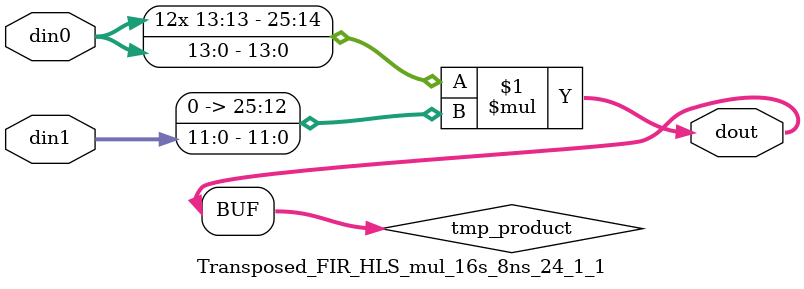
<source format=v>

`timescale 1 ns / 1 ps

 module Transposed_FIR_HLS_mul_16s_8ns_24_1_1(din0, din1, dout);
parameter ID = 1;
parameter NUM_STAGE = 0;
parameter din0_WIDTH = 14;
parameter din1_WIDTH = 12;
parameter dout_WIDTH = 26;

input [din0_WIDTH - 1 : 0] din0; 
input [din1_WIDTH - 1 : 0] din1; 
output [dout_WIDTH - 1 : 0] dout;

wire signed [dout_WIDTH - 1 : 0] tmp_product;


























assign tmp_product = $signed(din0) * $signed({1'b0, din1});









assign dout = tmp_product;





















endmodule

</source>
